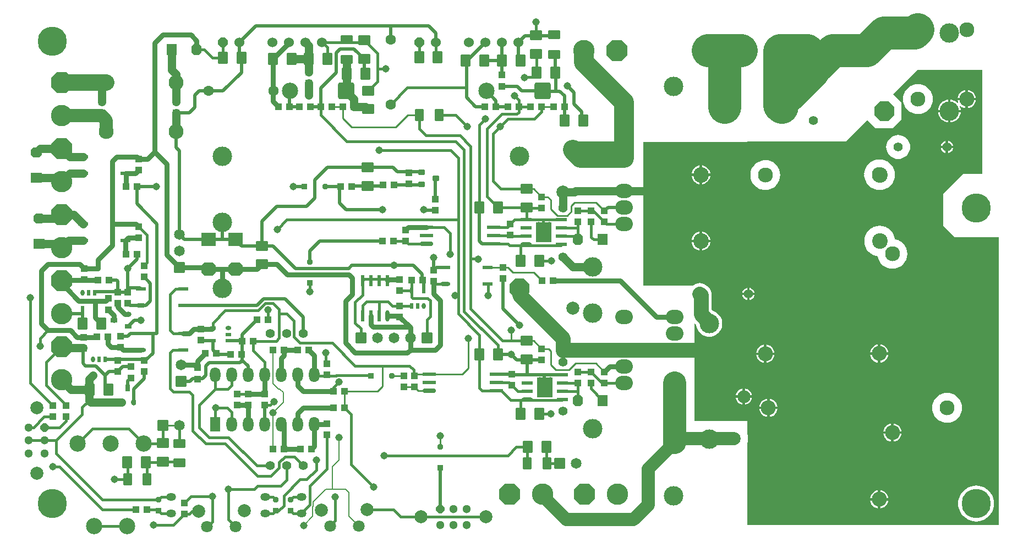
<source format=gbl>
G04*
G04 #@! TF.GenerationSoftware,Altium Limited,Altium Designer,21.3.2 (30)*
G04*
G04 Layer_Physical_Order=2*
G04 Layer_Color=16711680*
%FSLAX25Y25*%
%MOIN*%
G70*
G04*
G04 #@! TF.SameCoordinates,82E3065C-4493-458C-8774-CE3C9F48797D*
G04*
G04*
G04 #@! TF.FilePolarity,Positive*
G04*
G01*
G75*
%ADD10C,0.01000*%
%ADD14C,0.01500*%
%ADD15C,0.00800*%
%ADD18C,0.10000*%
%ADD47C,0.05000*%
%ADD48C,0.02000*%
%ADD49C,0.08000*%
%ADD50C,0.12000*%
%ADD52C,0.20000*%
%ADD53C,0.03000*%
%ADD55P,0.05540X8X22.5*%
%ADD56C,0.05118*%
%ADD57C,0.07874*%
%ADD58P,0.05540X8X292.5*%
%ADD59C,0.05512*%
%ADD60C,0.11811*%
%ADD61C,0.12992*%
%ADD62P,0.14063X8X22.5*%
%ADD63O,0.10630X0.08819*%
%ADD64C,0.09055*%
%ADD65C,0.07087*%
%ADD66C,0.06000*%
%ADD67P,0.06494X8X22.5*%
%ADD68C,0.06500*%
G04:AMPARAMS|DCode=69|XSize=65mil|YSize=65mil|CornerRadius=3.25mil|HoleSize=0mil|Usage=FLASHONLY|Rotation=180.000|XOffset=0mil|YOffset=0mil|HoleType=Round|Shape=RoundedRectangle|*
%AMROUNDEDRECTD69*
21,1,0.06500,0.05850,0,0,180.0*
21,1,0.05850,0.06500,0,0,180.0*
1,1,0.00650,-0.02925,0.02925*
1,1,0.00650,0.02925,0.02925*
1,1,0.00650,0.02925,-0.02925*
1,1,0.00650,-0.02925,-0.02925*
%
%ADD69ROUNDEDRECTD69*%
%ADD70P,0.12784X8X292.5*%
G04:AMPARAMS|DCode=71|XSize=65mil|YSize=65mil|CornerRadius=3.25mil|HoleSize=0mil|Usage=FLASHONLY|Rotation=90.000|XOffset=0mil|YOffset=0mil|HoleType=Round|Shape=RoundedRectangle|*
%AMROUNDEDRECTD71*
21,1,0.06500,0.05850,0,0,90.0*
21,1,0.05850,0.06500,0,0,90.0*
1,1,0.00650,0.02925,0.02925*
1,1,0.00650,0.02925,-0.02925*
1,1,0.00650,-0.02925,-0.02925*
1,1,0.00650,-0.02925,0.02925*
%
%ADD71ROUNDEDRECTD71*%
%ADD72C,0.09843*%
G04:AMPARAMS|DCode=73|XSize=98.43mil|YSize=98.43mil|CornerRadius=9.84mil|HoleSize=0mil|Usage=FLASHONLY|Rotation=0.000|XOffset=0mil|YOffset=0mil|HoleType=Round|Shape=RoundedRectangle|*
%AMROUNDEDRECTD73*
21,1,0.09843,0.07874,0,0,0.0*
21,1,0.07874,0.09843,0,0,0.0*
1,1,0.01968,0.03937,-0.03937*
1,1,0.01968,-0.03937,-0.03937*
1,1,0.01968,-0.03937,0.03937*
1,1,0.01968,0.03937,0.03937*
%
%ADD73ROUNDEDRECTD73*%
%ADD74C,0.06299*%
%ADD75P,0.12784X8X202.5*%
%ADD76P,0.14063X8X292.5*%
%ADD77C,0.09449*%
%ADD78O,0.05906X0.04724*%
%ADD79O,0.06400X0.09000*%
%ADD80R,0.06400X0.09000*%
%ADD81C,0.17717*%
%ADD82C,0.04500*%
%ADD83C,0.02598*%
G04:AMPARAMS|DCode=84|XSize=40mil|YSize=40mil|CornerRadius=3mil|HoleSize=0mil|Usage=FLASHONLY|Rotation=0.000|XOffset=0mil|YOffset=0mil|HoleType=Round|Shape=RoundedRectangle|*
%AMROUNDEDRECTD84*
21,1,0.04000,0.03400,0,0,0.0*
21,1,0.03400,0.04000,0,0,0.0*
1,1,0.00600,0.01700,-0.01700*
1,1,0.00600,-0.01700,-0.01700*
1,1,0.00600,-0.01700,0.01700*
1,1,0.00600,0.01700,0.01700*
%
%ADD84ROUNDEDRECTD84*%
%ADD85P,0.03835X8X22.5*%
%ADD86R,0.03543X0.03543*%
G04:AMPARAMS|DCode=87|XSize=31.5mil|YSize=39.37mil|CornerRadius=4.72mil|HoleSize=0mil|Usage=FLASHONLY|Rotation=270.000|XOffset=0mil|YOffset=0mil|HoleType=Round|Shape=RoundedRectangle|*
%AMROUNDEDRECTD87*
21,1,0.03150,0.02992,0,0,270.0*
21,1,0.02205,0.03937,0,0,270.0*
1,1,0.00945,-0.01496,-0.01102*
1,1,0.00945,-0.01496,0.01102*
1,1,0.00945,0.01496,0.01102*
1,1,0.00945,0.01496,-0.01102*
%
%ADD87ROUNDEDRECTD87*%
%ADD88O,0.06299X0.02362*%
%ADD89R,0.06299X0.02362*%
G04:AMPARAMS|DCode=90|XSize=40mil|YSize=40mil|CornerRadius=3mil|HoleSize=0mil|Usage=FLASHONLY|Rotation=270.000|XOffset=0mil|YOffset=0mil|HoleType=Round|Shape=RoundedRectangle|*
%AMROUNDEDRECTD90*
21,1,0.04000,0.03400,0,0,270.0*
21,1,0.03400,0.04000,0,0,270.0*
1,1,0.00600,-0.01700,-0.01700*
1,1,0.00600,-0.01700,0.01700*
1,1,0.00600,0.01700,0.01700*
1,1,0.00600,0.01700,-0.01700*
%
%ADD90ROUNDEDRECTD90*%
G04:AMPARAMS|DCode=91|XSize=63mil|YSize=71mil|CornerRadius=4.72mil|HoleSize=0mil|Usage=FLASHONLY|Rotation=90.000|XOffset=0mil|YOffset=0mil|HoleType=Round|Shape=RoundedRectangle|*
%AMROUNDEDRECTD91*
21,1,0.06300,0.06155,0,0,90.0*
21,1,0.05355,0.07100,0,0,90.0*
1,1,0.00945,0.03078,0.02678*
1,1,0.00945,0.03078,-0.02678*
1,1,0.00945,-0.03078,-0.02678*
1,1,0.00945,-0.03078,0.02678*
%
%ADD91ROUNDEDRECTD91*%
%ADD92R,0.03543X0.03543*%
%ADD93P,0.03835X8X292.5*%
%ADD94R,0.04000X0.03000*%
%ADD95O,0.04000X0.03000*%
%ADD96R,0.03000X0.04000*%
%ADD97O,0.03000X0.04000*%
%ADD98O,0.02362X0.03543*%
%ADD99R,0.02362X0.03543*%
%ADD100O,0.06890X0.02362*%
%ADD101R,0.06890X0.02362*%
%ADD102R,0.09449X0.12205*%
G04:AMPARAMS|DCode=103|XSize=23.62mil|YSize=80.71mil|CornerRadius=0mil|HoleSize=0mil|Usage=FLASHONLY|Rotation=270.000|XOffset=0mil|YOffset=0mil|HoleType=Round|Shape=Octagon|*
%AMOCTAGOND103*
4,1,8,0.04035,0.00591,0.04035,-0.00591,0.03445,-0.01181,-0.03445,-0.01181,-0.04035,-0.00591,-0.04035,0.00591,-0.03445,0.01181,0.03445,0.01181,0.04035,0.00591,0.0*
%
%ADD103OCTAGOND103*%

%ADD104R,0.08071X0.02362*%
%ADD105R,0.02362X0.06890*%
%ADD106O,0.02362X0.06890*%
G04:AMPARAMS|DCode=107|XSize=63mil|YSize=71mil|CornerRadius=4.72mil|HoleSize=0mil|Usage=FLASHONLY|Rotation=0.000|XOffset=0mil|YOffset=0mil|HoleType=Round|Shape=RoundedRectangle|*
%AMROUNDEDRECTD107*
21,1,0.06300,0.06155,0,0,0.0*
21,1,0.05355,0.07100,0,0,0.0*
1,1,0.00945,0.02678,-0.03078*
1,1,0.00945,-0.02678,-0.03078*
1,1,0.00945,-0.02678,0.03078*
1,1,0.00945,0.02678,0.03078*
%
%ADD107ROUNDEDRECTD107*%
%ADD108R,0.08661X0.08071*%
G04:AMPARAMS|DCode=109|XSize=86.61mil|YSize=80.71mil|CornerRadius=0mil|HoleSize=0mil|Usage=FLASHONLY|Rotation=0.000|XOffset=0mil|YOffset=0mil|HoleType=Round|Shape=Octagon|*
%AMOCTAGOND109*
4,1,8,0.04331,-0.02018,0.04331,0.02018,0.02313,0.04035,-0.02313,0.04035,-0.04331,0.02018,-0.04331,-0.02018,-0.02313,-0.04035,0.02313,-0.04035,0.04331,-0.02018,0.0*
%
%ADD109OCTAGOND109*%

%ADD110R,0.06693X0.06299*%
G04:AMPARAMS|DCode=111|XSize=66.93mil|YSize=62.99mil|CornerRadius=0mil|HoleSize=0mil|Usage=FLASHONLY|Rotation=0.000|XOffset=0mil|YOffset=0mil|HoleType=Round|Shape=Octagon|*
%AMOCTAGOND111*
4,1,8,0.03347,-0.01575,0.03347,0.01575,0.01772,0.03150,-0.01772,0.03150,-0.03347,0.01575,-0.03347,-0.01575,-0.01772,-0.03150,0.01772,-0.03150,0.03347,-0.01575,0.0*
%
%ADD111OCTAGOND111*%

G04:AMPARAMS|DCode=112|XSize=66.93mil|YSize=62.99mil|CornerRadius=0mil|HoleSize=0mil|Usage=FLASHONLY|Rotation=270.000|XOffset=0mil|YOffset=0mil|HoleType=Round|Shape=Octagon|*
%AMOCTAGOND112*
4,1,8,-0.01575,-0.03347,0.01575,-0.03347,0.03150,-0.01772,0.03150,0.01772,0.01575,0.03347,-0.01575,0.03347,-0.03150,0.01772,-0.03150,-0.01772,-0.01575,-0.03347,0.0*
%
%ADD112OCTAGOND112*%

%ADD113R,0.06299X0.06693*%
G04:AMPARAMS|DCode=114|XSize=35.43mil|YSize=33.47mil|CornerRadius=0mil|HoleSize=0mil|Usage=FLASHONLY|Rotation=0.000|XOffset=0mil|YOffset=0mil|HoleType=Round|Shape=Octagon|*
%AMOCTAGOND114*
4,1,8,0.01772,-0.00837,0.01772,0.00837,0.00935,0.01673,-0.00935,0.01673,-0.01772,0.00837,-0.01772,-0.00837,-0.00935,-0.01673,0.00935,-0.01673,0.01772,-0.00837,0.0*
%
%ADD114OCTAGOND114*%

%ADD115R,0.03543X0.03347*%
%ADD116R,0.03543X0.02362*%
%ADD117O,0.03543X0.02362*%
G04:AMPARAMS|DCode=118|XSize=55.12mil|YSize=70.87mil|CornerRadius=4.13mil|HoleSize=0mil|Usage=FLASHONLY|Rotation=90.000|XOffset=0mil|YOffset=0mil|HoleType=Round|Shape=RoundedRectangle|*
%AMROUNDEDRECTD118*
21,1,0.05512,0.06260,0,0,90.0*
21,1,0.04685,0.07087,0,0,90.0*
1,1,0.00827,0.03130,0.02343*
1,1,0.00827,0.03130,-0.02343*
1,1,0.00827,-0.03130,-0.02343*
1,1,0.00827,-0.03130,0.02343*
%
%ADD118ROUNDEDRECTD118*%
G04:AMPARAMS|DCode=119|XSize=55.12mil|YSize=70.87mil|CornerRadius=4.13mil|HoleSize=0mil|Usage=FLASHONLY|Rotation=0.000|XOffset=0mil|YOffset=0mil|HoleType=Round|Shape=RoundedRectangle|*
%AMROUNDEDRECTD119*
21,1,0.05512,0.06260,0,0,0.0*
21,1,0.04685,0.07087,0,0,0.0*
1,1,0.00827,0.02343,-0.03130*
1,1,0.00827,-0.02343,-0.03130*
1,1,0.00827,-0.02343,0.03130*
1,1,0.00827,0.02343,0.03130*
%
%ADD119ROUNDEDRECTD119*%
%ADD120C,0.09000*%
%ADD121C,0.14000*%
G36*
X718504Y399606D02*
X706693Y399606D01*
X694882Y387795D01*
X694882Y368110D01*
X701772Y361221D01*
X728346Y361221D01*
X728346Y187000D01*
X576000D01*
Y236140D01*
X576424Y237538D01*
X576588Y239205D01*
X576424Y240871D01*
X576000Y242270D01*
X576000Y250000D01*
X544000D01*
Y308871D01*
X544462Y309062D01*
X545094Y308429D01*
Y308221D01*
X545398Y306694D01*
X545994Y305255D01*
X546859Y303960D01*
X547961Y302859D01*
X549255Y301994D01*
X550694Y301398D01*
X552221Y301095D01*
X553779D01*
X555306Y301398D01*
X556745Y301994D01*
X558040Y302859D01*
X559141Y303960D01*
X560006Y305255D01*
X560602Y306694D01*
X560906Y308221D01*
Y309779D01*
X560602Y311306D01*
X560006Y312745D01*
X559141Y314039D01*
X558040Y315141D01*
X556745Y316006D01*
X555459Y316538D01*
X554531Y317466D01*
Y326236D01*
X554406Y327510D01*
X554034Y328736D01*
X553431Y329865D01*
X552618Y330855D01*
X551855Y331618D01*
X551390Y332000D01*
X550865Y332431D01*
X549736Y333034D01*
X548510Y333406D01*
X547236Y333531D01*
X545962Y333406D01*
X544737Y333034D01*
X543608Y332431D01*
X543083Y332000D01*
X513000D01*
Y419000D01*
X576000D01*
Y419291D01*
X635827D01*
X648907Y432371D01*
X653927Y427350D01*
X664333D01*
X669535Y432553D01*
Y442959D01*
X664515Y447979D01*
X669291Y452756D01*
X679134Y462598D01*
X718504D01*
X718504Y399606D01*
D02*
G37*
%LPC*%
G36*
X709750Y450477D02*
Y445750D01*
X714476D01*
X714385Y446443D01*
X713828Y447788D01*
X712942Y448942D01*
X711788Y449828D01*
X710443Y450385D01*
X709750Y450477D01*
D02*
G37*
G36*
X708250D02*
X707557Y450385D01*
X706212Y449828D01*
X705058Y448942D01*
X704172Y447788D01*
X703615Y446443D01*
X703523Y445750D01*
X708250D01*
Y450477D01*
D02*
G37*
G36*
X714476Y444250D02*
X709750D01*
Y439524D01*
X710443Y439615D01*
X711788Y440172D01*
X712942Y441058D01*
X713828Y442212D01*
X714385Y443557D01*
X714476Y444250D01*
D02*
G37*
G36*
X699250Y444621D02*
Y438506D01*
X705365D01*
X705306Y439110D01*
X704911Y440411D01*
X704794Y440630D01*
X705184Y440961D01*
X706212Y440172D01*
X707557Y439615D01*
X708250Y439524D01*
Y444250D01*
X703523D01*
X703615Y443557D01*
X703916Y442830D01*
X703482Y442570D01*
X703407Y442662D01*
X702355Y443525D01*
X701155Y444167D01*
X699854Y444561D01*
X699250Y444621D01*
D02*
G37*
G36*
X697750D02*
X697146Y444561D01*
X695845Y444167D01*
X694645Y443525D01*
X693593Y442662D01*
X692731Y441611D01*
X692089Y440411D01*
X691694Y439110D01*
X691635Y438506D01*
X697750D01*
Y444621D01*
D02*
G37*
G36*
X679472Y454071D02*
X677703Y453897D01*
X676001Y453381D01*
X674433Y452542D01*
X673058Y451414D01*
X671930Y450040D01*
X671092Y448471D01*
X670576Y446770D01*
X670401Y445000D01*
X670576Y443230D01*
X671092Y441529D01*
X671930Y439960D01*
X673058Y438586D01*
X674433Y437458D01*
X676001Y436619D01*
X677703Y436103D01*
X679472Y435929D01*
X681242Y436103D01*
X682944Y436619D01*
X684512Y437458D01*
X685887Y438586D01*
X687015Y439960D01*
X687853Y441529D01*
X688369Y443230D01*
X688544Y445000D01*
X688369Y446770D01*
X687853Y448471D01*
X687015Y450040D01*
X685887Y451414D01*
X684512Y452542D01*
X682944Y453381D01*
X681242Y453897D01*
X679472Y454071D01*
D02*
G37*
G36*
X697750Y437006D02*
X691635D01*
X691694Y436402D01*
X692089Y435101D01*
X692731Y433901D01*
X693593Y432849D01*
X694645Y431986D01*
X695845Y431345D01*
X697146Y430950D01*
X697750Y430891D01*
Y437006D01*
D02*
G37*
G36*
X705365D02*
X699250D01*
Y430891D01*
X699854Y430950D01*
X701155Y431345D01*
X702355Y431986D01*
X703407Y432849D01*
X704270Y433901D01*
X704911Y435101D01*
X705306Y436402D01*
X705365Y437006D01*
D02*
G37*
G36*
X697750Y419690D02*
Y416750D01*
X700690D01*
X700659Y416981D01*
X700281Y417894D01*
X699679Y418679D01*
X698894Y419281D01*
X697980Y419659D01*
X697750Y419690D01*
D02*
G37*
G36*
X696250D02*
X696020Y419659D01*
X695106Y419281D01*
X694321Y418679D01*
X693719Y417894D01*
X693341Y416981D01*
X693310Y416750D01*
X696250D01*
Y419690D01*
D02*
G37*
G36*
X700690Y415250D02*
X697750D01*
Y412310D01*
X697980Y412341D01*
X698894Y412719D01*
X699679Y413321D01*
X700281Y414106D01*
X700659Y415020D01*
X700690Y415250D01*
D02*
G37*
G36*
X696250D02*
X693310D01*
X693341Y415020D01*
X693719Y414106D01*
X694321Y413321D01*
X695106Y412719D01*
X696020Y412341D01*
X696250Y412310D01*
Y415250D01*
D02*
G37*
G36*
X667472Y423291D02*
X666050Y423151D01*
X664682Y422736D01*
X663422Y422062D01*
X662317Y421156D01*
X661410Y420051D01*
X660736Y418790D01*
X660322Y417422D01*
X660181Y416000D01*
X660322Y414578D01*
X660736Y413210D01*
X661410Y411949D01*
X662317Y410845D01*
X663422Y409938D01*
X664682Y409264D01*
X666050Y408849D01*
X667472Y408709D01*
X668895Y408849D01*
X670263Y409264D01*
X671523Y409938D01*
X672628Y410845D01*
X673535Y411949D01*
X674208Y413210D01*
X674623Y414578D01*
X674763Y416000D01*
X674623Y417422D01*
X674208Y418790D01*
X673535Y420051D01*
X672628Y421156D01*
X671523Y422062D01*
X670263Y422736D01*
X668895Y423151D01*
X667472Y423291D01*
D02*
G37*
G36*
X548754Y404882D02*
X548750D01*
Y399907D01*
X553724D01*
Y399911D01*
X553334Y401367D01*
X552581Y402672D01*
X551515Y403738D01*
X550210Y404492D01*
X548754Y404882D01*
D02*
G37*
G36*
X547250D02*
X547246D01*
X545790Y404492D01*
X544485Y403738D01*
X543419Y402672D01*
X542666Y401367D01*
X542276Y399911D01*
Y399907D01*
X547250D01*
Y404882D01*
D02*
G37*
G36*
X553724Y398408D02*
X548750D01*
Y393433D01*
X548754D01*
X550210Y393823D01*
X551515Y394577D01*
X552581Y395643D01*
X553334Y396948D01*
X553724Y398404D01*
Y398408D01*
D02*
G37*
G36*
X547250D02*
X542276D01*
Y398404D01*
X542666Y396948D01*
X543419Y395643D01*
X544485Y394577D01*
X545790Y393823D01*
X547246Y393433D01*
X547250D01*
Y398408D01*
D02*
G37*
G36*
X587443Y408028D02*
X586556D01*
X585674Y407941D01*
X584804Y407768D01*
X583955Y407510D01*
X583136Y407171D01*
X582353Y406752D01*
X581616Y406260D01*
X580930Y405697D01*
X580303Y405070D01*
X579740Y404384D01*
X579248Y403647D01*
X578829Y402864D01*
X578490Y402045D01*
X578232Y401196D01*
X578059Y400326D01*
X577972Y399444D01*
Y398556D01*
X578059Y397674D01*
X578232Y396804D01*
X578490Y395955D01*
X578829Y395136D01*
X579248Y394353D01*
X579740Y393616D01*
X580303Y392930D01*
X580930Y392303D01*
X581616Y391740D01*
X582353Y391248D01*
X583136Y390829D01*
X583955Y390490D01*
X584804Y390232D01*
X585674Y390059D01*
X586556Y389972D01*
X587443D01*
X588326Y390059D01*
X588614Y390117D01*
X588645Y390091D01*
X588770Y390103D01*
X590471Y390619D01*
X592040Y391458D01*
X593414Y392586D01*
X594543Y393960D01*
X595381Y395529D01*
X595897Y397230D01*
X596071Y399000D01*
X595897Y400770D01*
X595381Y402471D01*
X594543Y404040D01*
X593414Y405414D01*
X592040Y406542D01*
X590471Y407381D01*
X588770Y407897D01*
X588645Y407909D01*
X588614Y407884D01*
X588326Y407941D01*
X587443Y408028D01*
D02*
G37*
G36*
X656000Y408496D02*
X654230Y408322D01*
X652529Y407806D01*
X650960Y406968D01*
X649586Y405839D01*
X648457Y404465D01*
X647619Y402897D01*
X647103Y401195D01*
X646929Y399425D01*
X646943Y399279D01*
X646929Y399134D01*
X647103Y397364D01*
X647619Y395662D01*
X648457Y394094D01*
X649586Y392720D01*
X649685Y392638D01*
X649714Y392603D01*
X651118Y391451D01*
X652721Y390594D01*
X654459Y390067D01*
X656268Y389888D01*
X658076Y390067D01*
X659815Y390594D01*
X661417Y391451D01*
X662822Y392603D01*
X663975Y394008D01*
X664831Y395610D01*
X665359Y397349D01*
X665537Y399158D01*
X665359Y400966D01*
X664831Y402705D01*
X663975Y404307D01*
X662822Y405712D01*
X661417Y406864D01*
X659815Y407721D01*
X658076Y408248D01*
X657982Y408258D01*
X657770Y408322D01*
X656000Y408496D01*
D02*
G37*
G36*
X548754Y364724D02*
X548750D01*
Y359750D01*
X553724D01*
Y359754D01*
X553334Y361210D01*
X552581Y362515D01*
X551515Y363581D01*
X550210Y364334D01*
X548754Y364724D01*
D02*
G37*
G36*
X547250D02*
X547246D01*
X545790Y364334D01*
X544485Y363581D01*
X543419Y362515D01*
X542666Y361210D01*
X542276Y359754D01*
Y359750D01*
X547250D01*
Y364724D01*
D02*
G37*
G36*
X553724Y358250D02*
X548750D01*
Y353276D01*
X548754D01*
X550210Y353666D01*
X551515Y354419D01*
X552581Y355485D01*
X553334Y356790D01*
X553724Y358246D01*
Y358250D01*
D02*
G37*
G36*
X547250D02*
X542276D01*
Y358246D01*
X542666Y356790D01*
X543419Y355485D01*
X544485Y354419D01*
X545790Y353666D01*
X547246Y353276D01*
X547250D01*
Y358250D01*
D02*
G37*
G36*
X656268Y368269D02*
X654459Y368091D01*
X652721Y367564D01*
X651118Y366707D01*
X649714Y365554D01*
X648561Y364150D01*
X647704Y362547D01*
X647177Y360808D01*
X646999Y359000D01*
X647177Y357192D01*
X647704Y355453D01*
X648561Y353850D01*
X649714Y352446D01*
X651118Y351293D01*
X652721Y350436D01*
X654459Y349909D01*
X655068Y349849D01*
X655103Y349498D01*
X655619Y347796D01*
X656458Y346228D01*
X657586Y344853D01*
X658960Y343725D01*
X660529Y342887D01*
X662230Y342371D01*
X664000Y342196D01*
X665770Y342371D01*
X667471Y342887D01*
X669040Y343725D01*
X670414Y344853D01*
X671543Y346228D01*
X672381Y347796D01*
X672897Y349498D01*
X673071Y351268D01*
X672897Y353037D01*
X672381Y354739D01*
X671543Y356307D01*
X670414Y357682D01*
X669040Y358810D01*
X667471Y359648D01*
X665770Y360165D01*
X665419Y360199D01*
X665359Y360808D01*
X664831Y362547D01*
X663975Y364150D01*
X662822Y365554D01*
X661417Y366707D01*
X659815Y367564D01*
X658076Y368091D01*
X656268Y368269D01*
D02*
G37*
G36*
X577514Y330687D02*
Y327750D01*
X580453D01*
X580423Y327980D01*
X580045Y328894D01*
X579517Y329582D01*
X579500Y329575D01*
X579246Y329830D01*
X578855Y330130D01*
X578429Y330376D01*
X577974Y330564D01*
X577514Y330687D01*
D02*
G37*
G36*
X576014D02*
X575314Y330500D01*
X574458Y330006D01*
X573758Y329306D01*
X573264Y328450D01*
X573076Y327750D01*
X576014D01*
Y330687D01*
D02*
G37*
G36*
X580453Y326250D02*
X577514D01*
Y323313D01*
X577974Y323436D01*
X578429Y323624D01*
X578855Y323870D01*
X579246Y324170D01*
X579500Y324425D01*
X579517Y324418D01*
X580045Y325106D01*
X580423Y326020D01*
X580453Y326250D01*
D02*
G37*
G36*
X576014D02*
X573076D01*
X573264Y325550D01*
X573758Y324694D01*
X574458Y323994D01*
X575314Y323500D01*
X576014Y323313D01*
Y326250D01*
D02*
G37*
G36*
X656750Y296343D02*
Y291616D01*
X661477D01*
X661385Y292309D01*
X660828Y293654D01*
X659942Y294808D01*
X658788Y295694D01*
X657443Y296251D01*
X656750Y296343D01*
D02*
G37*
G36*
X655250D02*
X654557Y296251D01*
X653212Y295694D01*
X652058Y294808D01*
X651172Y293654D01*
X650615Y292309D01*
X650524Y291616D01*
X655250D01*
Y296343D01*
D02*
G37*
G36*
X587750Y296209D02*
Y291482D01*
X592477D01*
X592385Y292175D01*
X591828Y293520D01*
X590942Y294675D01*
X589788Y295561D01*
X588443Y296118D01*
X587750Y296209D01*
D02*
G37*
G36*
X586250D02*
X585557Y296118D01*
X584212Y295561D01*
X583058Y294675D01*
X582172Y293520D01*
X581615Y292175D01*
X581524Y291482D01*
X586250D01*
Y296209D01*
D02*
G37*
G36*
X661477Y290116D02*
X656750D01*
Y285390D01*
X657443Y285481D01*
X658788Y286038D01*
X659942Y286924D01*
X660828Y288078D01*
X661385Y289423D01*
X661477Y290116D01*
D02*
G37*
G36*
X655250D02*
X650524D01*
X650615Y289423D01*
X651172Y288078D01*
X652058Y286924D01*
X653212Y286038D01*
X654557Y285481D01*
X655250Y285390D01*
Y290116D01*
D02*
G37*
G36*
X592477Y289982D02*
X587750D01*
Y285256D01*
X588443Y285347D01*
X589788Y285904D01*
X590942Y286790D01*
X591828Y287945D01*
X592385Y289289D01*
X592477Y289982D01*
D02*
G37*
G36*
X586250D02*
X581524D01*
X581615Y289289D01*
X582172Y287945D01*
X583058Y286790D01*
X584212Y285904D01*
X585557Y285347D01*
X586250Y285256D01*
Y289982D01*
D02*
G37*
G36*
X574703Y269706D02*
Y265545D01*
X578834D01*
X578805Y265760D01*
X578638Y266386D01*
X578390Y266984D01*
X578066Y267544D01*
X577673Y268057D01*
X577215Y268515D01*
X576701Y268909D01*
X576141Y269233D01*
X576000Y269291D01*
Y269314D01*
X575858Y269396D01*
X574703Y269706D01*
D02*
G37*
G36*
X573203D02*
X572047Y269396D01*
X570921Y268746D01*
X570002Y267827D01*
X569352Y266701D01*
X569043Y265545D01*
X573203D01*
Y269706D01*
D02*
G37*
G36*
X578834Y264045D02*
X574703D01*
Y259885D01*
X575858Y260195D01*
X576000Y260277D01*
Y260299D01*
X576141Y260358D01*
X576701Y260682D01*
X577215Y261075D01*
X577673Y261533D01*
X578066Y262047D01*
X578390Y262607D01*
X578638Y263205D01*
X578805Y263830D01*
X578834Y264045D01*
D02*
G37*
G36*
X573203D02*
X569043D01*
X569352Y262890D01*
X570002Y261764D01*
X570921Y260845D01*
X572047Y260195D01*
X573203Y259885D01*
Y264045D01*
D02*
G37*
G36*
X589616Y263476D02*
Y258750D01*
X594343D01*
X594251Y259443D01*
X593694Y260788D01*
X592808Y261942D01*
X591654Y262828D01*
X590309Y263385D01*
X589616Y263476D01*
D02*
G37*
G36*
X588116Y263476D02*
X587423Y263385D01*
X586079Y262828D01*
X584924Y261942D01*
X584038Y260788D01*
X583481Y259443D01*
X583390Y258750D01*
X588116D01*
Y263476D01*
D02*
G37*
G36*
X594343Y257250D02*
X589616D01*
Y252523D01*
X590309Y252615D01*
X591654Y253172D01*
X592808Y254058D01*
X593694Y255212D01*
X594251Y256557D01*
X594343Y257250D01*
D02*
G37*
G36*
X588116D02*
X583390D01*
X583481Y256557D01*
X584038Y255212D01*
X584924Y254058D01*
X586079Y253172D01*
X587423Y252615D01*
X588116Y252523D01*
Y257250D01*
D02*
G37*
G36*
X697134Y267071D02*
X695364Y266897D01*
X693662Y266381D01*
X692094Y265543D01*
X690720Y264414D01*
X689591Y263040D01*
X688753Y261471D01*
X688237Y259770D01*
X688063Y258000D01*
X688237Y256230D01*
X688753Y254529D01*
X689591Y252960D01*
X690720Y251586D01*
X692094Y250458D01*
X693662Y249619D01*
X695364Y249103D01*
X697134Y248929D01*
X698904Y249103D01*
X700605Y249619D01*
X702174Y250458D01*
X703548Y251586D01*
X704676Y252960D01*
X705515Y254529D01*
X706031Y256230D01*
X706205Y258000D01*
X706031Y259770D01*
X705515Y261471D01*
X704676Y263040D01*
X703548Y264414D01*
X702174Y265543D01*
X700605Y266381D01*
X698904Y266897D01*
X697134Y267071D01*
D02*
G37*
G36*
X664750Y248477D02*
Y243750D01*
X669477D01*
X669385Y244443D01*
X668828Y245788D01*
X667942Y246942D01*
X666788Y247828D01*
X665443Y248385D01*
X664750Y248477D01*
D02*
G37*
G36*
X663250D02*
X662557Y248385D01*
X661212Y247828D01*
X660058Y246942D01*
X659172Y245788D01*
X658615Y244443D01*
X658524Y243750D01*
X663250D01*
Y248477D01*
D02*
G37*
G36*
X669477Y242250D02*
X664750D01*
Y237524D01*
X665443Y237615D01*
X666788Y238172D01*
X667942Y239058D01*
X668828Y240212D01*
X669385Y241557D01*
X669477Y242250D01*
D02*
G37*
G36*
X663250D02*
X658524D01*
X658615Y241557D01*
X659172Y240212D01*
X660058Y239058D01*
X661212Y238172D01*
X662557Y237615D01*
X663250Y237524D01*
Y242250D01*
D02*
G37*
G36*
X656750Y208051D02*
Y203325D01*
X661477D01*
X661385Y204018D01*
X660828Y205362D01*
X659942Y206517D01*
X658788Y207403D01*
X657443Y207960D01*
X656750Y208051D01*
D02*
G37*
G36*
X655250D02*
X654557Y207960D01*
X653212Y207403D01*
X652058Y206517D01*
X651172Y205362D01*
X650615Y204018D01*
X650524Y203325D01*
X655250D01*
Y208051D01*
D02*
G37*
G36*
X661477Y201825D02*
X656750D01*
Y197098D01*
X657443Y197189D01*
X658788Y197747D01*
X659942Y198633D01*
X660828Y199787D01*
X661385Y201132D01*
X661477Y201825D01*
D02*
G37*
G36*
X655250D02*
X650524D01*
X650615Y201132D01*
X651172Y199787D01*
X652058Y198633D01*
X653212Y197747D01*
X654557Y197189D01*
X655250Y197098D01*
Y201825D01*
D02*
G37*
G36*
X714685Y210892D02*
X712981Y210758D01*
X711319Y210359D01*
X709740Y209705D01*
X708283Y208812D01*
X706983Y207702D01*
X705873Y206402D01*
X704980Y204945D01*
X704326Y203366D01*
X703927Y201704D01*
X703793Y200000D01*
X703927Y198296D01*
X704326Y196634D01*
X704980Y195055D01*
X705873Y193598D01*
X706983Y192298D01*
X708283Y191188D01*
X709740Y190295D01*
X711319Y189641D01*
X712981Y189242D01*
X714685Y189108D01*
X716389Y189242D01*
X718051Y189641D01*
X719630Y190295D01*
X721087Y191188D01*
X722387Y192298D01*
X723497Y193598D01*
X724390Y195055D01*
X725044Y196634D01*
X725443Y198296D01*
X725577Y200000D01*
X725443Y201704D01*
X725044Y203366D01*
X724390Y204945D01*
X723497Y206402D01*
X722387Y207702D01*
X721087Y208812D01*
X719630Y209705D01*
X718051Y210359D01*
X716389Y210758D01*
X714685Y210892D01*
D02*
G37*
%LPD*%
G54D10*
X222000Y247500D02*
X232000D01*
X332000Y258000D02*
Y268000D01*
X352000D01*
X355000Y271000D01*
Y283405D01*
X355059Y283465D01*
X360898Y277500D02*
X367846D01*
X368000Y277346D01*
Y270654D02*
X374500D01*
X376654Y268500D01*
X383449D01*
Y278500D02*
X395156D01*
X395242Y278414D01*
X403414D01*
X407000Y282000D01*
Y300000D01*
X433071Y298600D02*
Y305118D01*
X442500Y298600D02*
X446746D01*
X451500Y293847D01*
X455653D01*
X457000Y292500D01*
Y284000D01*
X460000Y281000D01*
X468000D01*
X472000Y285000D01*
X484346D01*
X489500Y279847D01*
X451653Y335000D02*
X446654Y340000D01*
X434000D01*
X431000Y343000D01*
X428000D01*
X418795D01*
X457000Y378500D02*
Y384000D01*
X455154Y385846D01*
X451500D01*
X446746Y390600D01*
X442500D01*
X457000Y378500D02*
X461000Y374500D01*
X467000D01*
X469500Y377000D01*
Y380500D01*
X471500Y382500D01*
X484363D01*
X489517Y377346D01*
X458653Y440500D02*
X451448D01*
X377594Y435500D02*
X370500D01*
X363000Y428000D01*
X336500D01*
X331153Y433347D01*
Y440500D01*
X324346D01*
X374500Y277346D02*
X375654Y278500D01*
X383449D01*
X390000Y241000D02*
Y234398D01*
G54D14*
X180500Y186500D02*
X200500D01*
X216535Y187008D02*
X228354D01*
X235000Y193654D01*
X238154D01*
X239874Y195374D01*
X243721D01*
X239154Y204500D02*
X252000D01*
Y189087D01*
X248839Y185925D01*
X261811Y190276D02*
Y208661D01*
X277559D01*
X279528Y210630D01*
X293307D01*
X297000Y214323D01*
Y223000D01*
X295974Y228346D02*
X301654D01*
X307000Y223000D01*
X295974Y228346D02*
X292494Y224866D01*
Y221628D01*
X287402Y216535D01*
X279528D01*
X259842Y236221D01*
X248031D01*
X240158Y244094D01*
Y265748D01*
X238189Y267717D01*
X228346D01*
X226378Y269685D01*
Y291339D01*
X228039Y293000D01*
X234295D01*
Y303000D02*
X228496D01*
X226378Y305118D01*
Y326772D01*
X229606Y330000D01*
X234295D01*
X212598Y345866D02*
Y362748D01*
X207500Y367846D01*
X210630Y343898D02*
X212598Y345866D01*
X252276Y309362D02*
X259842Y316929D01*
X279776D01*
X284190Y321342D01*
X288894D01*
X292494Y317742D01*
Y314961D01*
X297244D01*
X301506Y310699D01*
Y300856D01*
X305118Y297244D01*
X324803D01*
X338583Y283465D01*
X355059D01*
X371535D01*
X374000Y281000D01*
Y277847D01*
X374500Y277346D01*
X382000Y300374D02*
Y311374D01*
X384000Y313374D01*
Y322874D01*
X382500Y324374D01*
X373500D01*
X372689Y325185D01*
Y329028D01*
X372760Y329098D01*
Y335268D01*
X372654Y335374D01*
X372689Y329028D02*
X365500D01*
X358000Y335874D02*
X353000D01*
X343870D01*
X343000Y335004D01*
Y326374D01*
X338500Y321874D01*
Y309374D01*
X342000Y305874D01*
Y300374D01*
X361154Y319721D02*
X365500D01*
X365571Y319650D01*
X372760D01*
X386000Y334653D02*
X387653Y333000D01*
X393205D01*
X401000Y315000D02*
Y326000D01*
Y372047D01*
Y409500D01*
X396500Y414000D01*
X353000D01*
X360000Y441815D02*
X370185Y452000D01*
X406000D01*
X399500Y435500D02*
X406500Y428500D01*
X399500Y435500D02*
X389405D01*
X402000Y423000D02*
X408500Y416500D01*
Y348425D01*
X412575D01*
X413000Y348000D01*
X408500Y348425D02*
Y318000D01*
X427900Y298600D01*
X433071D01*
X442500D01*
X425100Y295900D02*
X404500Y316500D01*
Y414500D01*
X399500Y419500D01*
X333500D01*
X317653Y435347D01*
Y440500D01*
X346500Y450100D02*
X352000Y455600D01*
Y463500D01*
X357000D01*
X377300Y470500D02*
X377500Y470700D01*
Y479500D01*
X387500Y471500D02*
X388500Y470500D01*
X387500Y471500D02*
Y479500D01*
X377594Y435500D02*
Y426905D01*
X381500Y423000D01*
X402000D01*
X418500Y427000D02*
X427500Y436000D01*
X436500D01*
X437647Y437148D01*
Y440500D01*
X444756D01*
X451448D02*
Y437449D01*
X447000Y433000D01*
X431000D01*
X426500Y428500D01*
X422000Y424000D01*
Y395500D01*
X426900Y390600D01*
X442500D01*
X442400Y379500D02*
X442500Y379400D01*
X442746Y379153D01*
X451500D01*
X452500Y372000D02*
X463480D01*
Y367000D02*
X473517D01*
Y370654D01*
Y377346D02*
X481517D01*
X482824D01*
X489517Y370654D01*
X490670Y369500D01*
X501500D01*
X488595Y360000D02*
X483000D01*
X481517Y361483D01*
Y370654D01*
X473517Y367000D02*
Y360079D01*
X473438Y360000D01*
X471438Y362000D01*
X463480D01*
Y357000D02*
X462980Y356500D01*
X438500D01*
X438900Y356100D01*
Y347000D01*
X450100D02*
X457500D01*
X452850Y367256D02*
X452500Y367606D01*
Y372000D01*
X442220D01*
X442500Y372280D01*
Y379400D01*
X442400Y379500D02*
X425100D01*
X418500Y386100D01*
Y427000D01*
X437647Y440500D02*
Y444352D01*
X435000Y447000D01*
X446000Y458336D02*
X448400Y460736D01*
Y461000D01*
X448301Y461099D01*
Y471701D01*
X446000Y458336D02*
X441336D01*
X441000Y458000D01*
X448000Y483600D02*
Y491801D01*
X417500Y433000D02*
X413900Y429400D01*
Y379500D01*
X422292Y367500D02*
X430670D01*
X432517Y369346D01*
X435170Y372000D01*
X442220D01*
Y362000D02*
X433170D01*
X432517Y362653D01*
X432363Y362500D01*
X422292D01*
Y357500D02*
X431000D01*
X432000Y356500D01*
X438500D01*
X418795Y333000D02*
X419000Y332795D01*
Y326000D01*
X401000D02*
X399000D01*
X401000Y315000D02*
X413900Y302100D01*
Y290500D01*
Y270100D01*
X415500Y268500D01*
X424000D01*
X427000D01*
X432774Y262726D01*
X439000D01*
X463856D01*
X464130Y263000D01*
X473421Y262500D02*
Y268000D01*
Y273075D01*
X473500Y273153D01*
X473421Y273075D02*
X473347Y273000D01*
X464130D01*
Y268000D02*
X473421D01*
X481500Y269579D02*
X488579Y262500D01*
X488193Y273153D02*
X489500D01*
X501346D01*
X501500Y273000D01*
X488193Y273153D02*
X481500Y279847D01*
X473500D01*
X481500Y273153D02*
Y269579D01*
X442870Y268000D02*
X437153D01*
X433500Y271654D01*
X431653Y273500D01*
X424000D01*
X438900Y262626D02*
X439000Y262726D01*
X438900Y262626D02*
Y254500D01*
X450100D02*
X457000D01*
X436252Y234252D02*
X443219D01*
X442913Y233946D01*
Y224410D01*
X454419Y224715D02*
Y234252D01*
Y224715D02*
X454724Y224410D01*
X462598D01*
X431000Y229000D02*
X436252Y234252D01*
X431000Y229000D02*
X356000D01*
X349716Y209953D02*
X336000Y223669D01*
Y254000D01*
X332000Y258000D01*
X347980Y277622D02*
X348102Y277500D01*
X347980Y277622D02*
X327083D01*
X326961Y277500D01*
X314154D01*
X313653Y278000D01*
X325307Y270189D02*
X328740Y273622D01*
X325307Y270189D02*
Y268000D01*
X321500Y284846D02*
X320866Y285480D01*
Y291339D01*
X343000Y313744D02*
Y319874D01*
X345500Y322374D01*
X353000D01*
X358500D01*
X361154Y319721D01*
X353000Y322374D02*
Y313744D01*
X311000Y328189D02*
Y333602D01*
X291339Y366142D02*
X297244Y372047D01*
X401000D01*
X392342Y367500D02*
X396000Y363843D01*
Y351000D01*
X392342Y367500D02*
X381741D01*
Y357500D02*
X370670D01*
X369017Y359154D01*
X362000D01*
X361846Y359000D01*
X378472Y400543D02*
X378669Y400740D01*
X352000Y463500D02*
Y472600D01*
X344000Y480600D01*
X342900Y479500D01*
X318500D01*
X321600Y476400D01*
Y469500D01*
X258500Y479500D02*
Y470100D01*
X258400Y470000D01*
X252000D01*
X247000Y475000D01*
X242579D01*
X141732Y324803D02*
Y273031D01*
X155512Y259252D01*
Y252559D02*
X150197D01*
X143701Y246063D01*
X140748D01*
Y238189D02*
X150591D01*
X157480D01*
X173228Y253937D01*
Y258328D01*
X177400Y262500D01*
X179500Y245500D02*
X201500D01*
X210500Y236500D01*
X221900D01*
X222000Y236600D01*
Y247500D01*
X232000D02*
Y236405D01*
X231194Y225400D02*
X232000Y224594D01*
X231194Y225400D02*
X222000D01*
X221600Y225000D01*
X211600D01*
X212598Y224002D01*
Y214567D01*
X212347Y196500D02*
X218752D01*
X219500Y195752D01*
X221252Y194000D01*
X227000D01*
Y204000D02*
X221252D01*
X219500Y202248D01*
X185547D01*
X157480Y230315D01*
Y238189D01*
X159449Y246063D02*
X163386Y250000D01*
Y252559D01*
Y259252D02*
Y259842D01*
X151575Y271654D01*
Y285827D01*
X160748Y295000D01*
X147638Y295276D02*
Y300138D01*
X152500Y305000D01*
X150591Y246063D02*
X159449D01*
X159449Y222441D02*
X185390Y196500D01*
X205654D01*
X200787Y214567D02*
Y224613D01*
X200400Y225000D01*
X200787Y214567D02*
X192913D01*
X235000Y200346D02*
X239154Y204500D01*
X261811Y190276D02*
X266161Y185925D01*
X284000Y194000D02*
X288748D01*
X290500Y195752D01*
X292209D01*
X295276Y198819D01*
Y204724D01*
X305118Y214567D01*
X309055D01*
X314961Y220472D01*
Y226378D01*
X321500Y221106D02*
Y241653D01*
Y221106D02*
X311024Y210630D01*
Y199265D01*
X306000Y194242D01*
Y194000D01*
X301252D01*
X299500Y195752D01*
Y202248D02*
X301252Y204000D01*
X306000D01*
X323339Y186425D02*
X326500Y189587D01*
Y204000D01*
X345779Y196268D02*
X361732D01*
X366079Y191921D01*
X378441D01*
X417811D01*
X425100Y290500D02*
Y295900D01*
X292494Y314961D02*
Y300368D01*
X290620Y298494D01*
X276847D01*
Y298500D01*
Y298494D02*
Y292653D01*
X283653Y285846D01*
Y278000D01*
Y259653D02*
X287154D01*
X289370Y261870D01*
Y261811D01*
X273654Y266347D02*
X267000D01*
X263653Y271528D02*
Y278000D01*
Y271528D02*
X261528Y269402D01*
X253654D01*
Y278000D01*
Y269402D02*
X244094Y259842D01*
Y246063D01*
X250000Y240158D01*
X261811D01*
X278969Y223000D01*
X287000D01*
X288748Y204000D02*
X290500Y202248D01*
X288748Y204000D02*
X284000D01*
X263653Y248000D02*
Y255346D01*
X261000Y258000D01*
X254000D01*
X253654Y257653D01*
Y248000D01*
X252276Y306240D02*
Y309362D01*
X285846Y311500D02*
Y317342D01*
X179500Y245500D02*
X170500Y236500D01*
X159449Y222441D02*
X155512D01*
G54D15*
X288653Y233000D02*
Y255000D01*
X294989Y261335D01*
Y267260D01*
X292850Y269398D01*
X292102D01*
X288653Y272847D01*
Y293000D01*
X328740Y240158D02*
Y226378D01*
X324803Y222441D01*
Y208661D01*
X332677D01*
X334646Y206693D01*
Y192441D01*
X340661Y186425D01*
X324803Y208661D02*
X320866D01*
X313174Y200969D01*
Y198375D01*
X312883Y198085D01*
Y192289D01*
X307345Y186750D01*
G54D18*
X187874Y455000D02*
X160748D01*
G54D47*
X197047Y261417D02*
X178483D01*
X177400Y262500D01*
Y269000D01*
Y275416D01*
X179760Y277776D01*
X177400Y269000D02*
X166402D01*
X160902Y274500D01*
X173653Y294500D02*
X160902D01*
X165248Y359500D02*
X173705D01*
X165248D02*
X160748Y355000D01*
X158327Y357421D01*
X147000D01*
X158327Y372579D02*
X160748Y375000D01*
X168205D01*
X173705Y369500D01*
X160748Y395000D02*
X165748Y400000D01*
X173705D01*
Y410000D02*
X165748D01*
X160748Y415000D01*
X147921D01*
X145500Y412579D01*
Y397421D02*
X158327D01*
X160748Y395000D01*
X158327Y372579D02*
X147000D01*
X185000Y443347D02*
Y452126D01*
X187874Y455000D01*
X230000Y425472D02*
Y436654D01*
Y443347D02*
Y455000D01*
Y460000D01*
X227421Y462579D01*
Y475000D01*
X300100Y469500D02*
X310400D01*
X310500Y461346D02*
Y477500D01*
X308500Y479500D01*
X310500Y454654D02*
Y447500D01*
X337846Y440500D02*
X344900D01*
X346500Y438900D01*
X337846Y445154D02*
X333000Y450000D01*
X333500Y450500D01*
Y469095D01*
X337846Y445154D02*
Y440500D01*
X464500Y349500D02*
X470500Y343500D01*
X482500D01*
X464500Y379028D02*
Y388657D01*
X464547Y388705D01*
X471382D01*
X472177Y389500D01*
X501500D01*
X535500D01*
X536000Y390000D01*
G54D48*
X204528Y261417D02*
Y269488D01*
X210630Y275590D01*
Y280118D01*
X233000Y274000D02*
X238567D01*
X240158Y275590D01*
X246063D01*
X248031Y277559D01*
Y283465D01*
X250067Y285500D01*
X268807D01*
X270153Y286846D01*
X273654Y283347D01*
Y278000D01*
X283653Y259653D02*
Y248000D01*
X270153Y286846D02*
Y298500D01*
Y302500D01*
X279153Y311500D01*
X278958Y320000D02*
X283050Y324093D01*
X295986D01*
X307000Y313079D01*
Y303000D01*
X278958Y320000D02*
X234295D01*
X245000Y299153D02*
X245394Y298760D01*
X252276D01*
Y293071D01*
X254346Y291000D01*
X254847Y290500D01*
X263154D01*
X269894Y298760D02*
X270153Y298500D01*
X269894Y298760D02*
X261724D01*
X302480Y342520D02*
X334646D01*
X336500Y344374D01*
X362000D01*
X373626D01*
X378953Y339047D01*
Y335768D01*
X379346Y335374D01*
X380240Y334480D01*
Y329098D01*
X386000Y341347D02*
Y349000D01*
X387653Y343000D02*
X393205D01*
X387653D02*
X386000Y341347D01*
X413900Y359100D02*
Y379500D01*
Y359100D02*
X415500Y357500D01*
X422292D01*
X428000Y336307D02*
Y318000D01*
X438000Y308000D01*
X436346Y287154D02*
X442746D01*
X442870Y287030D01*
Y278000D01*
X453000D01*
X464130D01*
X451500Y287154D02*
X442746D01*
X442500Y287400D01*
X436346Y287154D02*
X433000Y290500D01*
X425100D01*
X424000Y278500D02*
X433347D01*
X433500Y278346D01*
X433847Y278000D01*
X442870D01*
X453000D02*
Y271000D01*
X453500Y270500D01*
X390000Y221602D02*
X390126Y221476D01*
Y196968D01*
X390252Y196843D01*
X311000Y346398D02*
Y353000D01*
X317000Y359000D01*
X355153D01*
X380000Y378000D02*
X380173Y377827D01*
X386827D01*
X387000Y377654D01*
Y384347D02*
X387165Y384512D01*
Y396835D01*
X387331Y397000D01*
X378472Y400543D02*
X378016Y401000D01*
X371000D01*
X364000D01*
X361400Y403600D01*
X346000D01*
X321600D01*
X314000Y396000D01*
Y385000D01*
X309000Y380000D01*
X291000D01*
X282000Y371000D01*
Y356100D01*
X288900D01*
X302480Y342520D01*
X282000Y356100D02*
X269758D01*
X266000Y359858D01*
X258500D01*
X258000Y360358D01*
Y370500D01*
X258500Y359858D02*
X249645D01*
X235142D01*
X232000Y363000D01*
Y413669D01*
X230000Y415669D01*
Y425472D01*
X238154Y436654D02*
X241500Y440000D01*
Y447500D01*
X244000Y450000D01*
X249815D01*
X258500D01*
X269600Y461100D01*
Y470000D01*
X268500Y471100D01*
Y479500D01*
X278500Y489500D01*
X360000D01*
X383000D01*
X387500Y485000D01*
Y479500D01*
X406000Y468000D02*
X417500Y479500D01*
X427500D02*
Y459546D01*
X427400Y468500D02*
X416799D01*
X418000Y450000D02*
X423846Y444153D01*
Y440500D01*
X430955D01*
X452199Y449801D02*
X460000D01*
X462400D01*
X465346Y446854D01*
Y440500D01*
X465373Y440473D01*
Y432027D01*
X465400Y432000D01*
X471000Y442000D02*
X475622Y437378D01*
Y432978D01*
X476600Y432000D01*
X471000Y449000D02*
Y442000D01*
Y449000D02*
X467000Y453000D01*
X460000Y449801D02*
Y460600D01*
X459600Y461000D01*
Y471494D01*
X459000Y472094D01*
Y483405D02*
X441405D01*
X437500Y479500D01*
Y469600D01*
X438600Y468500D01*
X436648Y452852D02*
X439500Y450000D01*
X452000D01*
X452199Y449801D01*
X436648Y452852D02*
X427500D01*
X417154Y440500D02*
X411500D01*
X406000Y446000D01*
Y452000D01*
Y468000D01*
X360000Y489500D02*
Y481185D01*
X344000Y469400D02*
X337900Y475500D01*
X329500D01*
X327000Y473000D01*
Y461000D01*
X317653Y451653D01*
Y440500D01*
X311347D01*
X298847Y449847D02*
X299000Y450000D01*
X298847Y449847D02*
Y440500D01*
X304654D01*
X307602Y392000D02*
X301000D01*
X320398D02*
X329654D01*
X329000Y391347D01*
Y382000D01*
X333000Y378000D01*
X355000D01*
X355153Y378153D01*
X371000Y393130D02*
X378539D01*
X378669Y393260D01*
X371000Y393130D02*
X362130D01*
X362000Y393000D01*
X355307D02*
X354807Y392500D01*
X336846D01*
X336347Y392000D01*
X344000Y461100D02*
X344600Y460500D01*
X344000Y461100D02*
Y469400D01*
X238154Y436654D02*
X230000D01*
X206347Y392000D02*
X218000D01*
X218504Y369496D02*
X206347Y381653D01*
Y392000D01*
X218504Y369496D02*
Y303000D01*
X216000D01*
X208705D01*
X202500D01*
X200847Y301346D01*
X196500D01*
X201181Y307283D02*
X204921Y311024D01*
X208661D01*
X208705Y320000D02*
X211732D01*
X214567Y322835D01*
Y333268D01*
X210630Y337205D01*
X207996Y330709D02*
X208705Y330000D01*
X207996Y330709D02*
X200787D01*
Y342520D01*
X206347Y348079D01*
Y351000D01*
X200787Y330709D02*
Y328150D01*
X194882D01*
Y328213D01*
Y334646D01*
X194028Y335500D01*
X189347D01*
X181559Y328213D02*
X194882D01*
X200787Y321457D02*
X202244Y320000D01*
X208705D01*
X216000Y303000D02*
Y291000D01*
X212224Y287224D01*
X187240D01*
X181563Y283453D02*
X187240Y277776D01*
X189583Y280118D01*
X194882D01*
X197638Y282874D01*
X202756D01*
Y276181D02*
X200787Y274213D01*
Y270079D01*
X181563Y283453D02*
X178442D01*
X178430Y283465D01*
X175197D01*
X173653Y285008D01*
Y294500D01*
X187240Y277776D02*
Y270860D01*
X189100Y269000D01*
X173534Y309055D02*
X173425Y309164D01*
Y314961D01*
Y318110D01*
Y314961D02*
X160787D01*
X160748Y315000D01*
X180905Y327559D02*
X181559Y328213D01*
X489517Y377346D02*
X491670Y379500D01*
X501500D01*
G54D49*
X187874Y425472D02*
Y432126D01*
X185000Y435000D01*
X160748D01*
X452000Y204748D02*
X466496Y190252D01*
X507252D01*
X516000Y199000D01*
Y221000D01*
X532000Y237000D01*
X534205Y239205D01*
X553000D01*
X568047D01*
G54D50*
X471248Y413500D02*
X475248Y409500D01*
X501500D01*
Y443000D01*
X477000Y467500D01*
Y474252D01*
X470453Y414295D02*
X471248Y413500D01*
X482500D01*
X497500D01*
X501500Y409500D01*
G54D52*
X552500Y474252D02*
X562500D01*
X572500D01*
X562500D02*
Y454724D01*
Y440000D01*
X595883Y441066D02*
Y473883D01*
X596252Y474252D01*
X612500D01*
X616142Y470610D01*
Y461614D01*
X612500Y465256D01*
X618957D01*
X627953Y474252D01*
X648382D01*
X659130Y485000D01*
X677347D01*
X679472Y487126D01*
X616142Y461614D02*
X601870Y447342D01*
X595883Y441066D02*
X596949Y440000D01*
G54D53*
X273654Y248000D02*
Y259653D01*
X267000D01*
X293653Y248000D02*
X295346Y246307D01*
Y233000D01*
X305307D01*
X312000D02*
X313653Y234653D01*
Y248000D01*
X321153D01*
X321500Y248346D01*
X325307Y258000D02*
X307000D01*
X303654Y254654D01*
Y248000D01*
X325307Y268000D02*
X307000D01*
X303654Y271346D01*
Y278000D01*
X313653D02*
Y289693D01*
X310347Y293000D01*
X338583Y291339D02*
X370243D01*
X372000Y293096D01*
Y300374D01*
Y306528D01*
X371654Y306874D01*
X365500Y313028D01*
X364784Y313744D01*
X358000D01*
X371654Y306874D02*
X349500D01*
X348000Y308374D01*
Y313744D01*
X358000Y335004D02*
X358717Y335720D01*
X365500D01*
X390000Y296000D02*
Y323000D01*
X386000Y327000D01*
Y334653D01*
X390000Y296000D02*
X387096Y293096D01*
X372000D01*
X336614Y326772D02*
Y336614D01*
X334646Y338583D01*
X297417D01*
X291100Y344900D01*
X282000D01*
X279242Y342142D01*
X266000D01*
X258000D01*
Y330500D01*
Y342142D02*
X249645D01*
X248786Y343000D01*
X232000D01*
X224410Y350590D01*
Y405590D01*
X217000Y413000D01*
Y479000D01*
X222000Y484000D01*
X239000D01*
X242579Y480421D01*
Y475000D01*
X292154Y440500D02*
X288900Y443753D01*
Y469500D01*
X298500Y479100D01*
Y479500D01*
X217000Y413000D02*
X212846Y408847D01*
X207500D01*
X206347Y410000D01*
X199295D01*
X194000D01*
X191500Y407500D01*
Y369500D01*
X199295D01*
X205847D01*
X207500Y367846D01*
Y361154D02*
X200949D01*
X199295Y359500D01*
Y351358D01*
X199653Y351000D01*
X191500Y356500D02*
Y369500D01*
Y356500D02*
X182653Y347654D01*
Y342500D01*
X182500Y342347D01*
X174500D01*
X171846Y345000D01*
X152500D01*
X148500Y341000D01*
Y309000D01*
X152500Y305000D01*
X166000D01*
X170153Y300847D01*
X174000D01*
X182000D01*
X182153Y301000D01*
X188847D02*
Y296654D01*
X190847Y294654D01*
X196500D01*
X198153Y293000D01*
X208705D01*
X233000Y284000D02*
X241193D01*
X243000Y282193D01*
Y286347D01*
X247654Y291000D01*
X251882Y305847D02*
X252276Y306240D01*
X251882Y305847D02*
X245000D01*
X240886D01*
X238039Y303000D01*
X234295D01*
X201181Y314764D02*
X199016D01*
X194882Y318898D01*
Y321457D01*
X192520Y313976D02*
Y311024D01*
Y313976D02*
X188976Y317520D01*
X187598Y322835D02*
X188976Y324213D01*
X187598Y322835D02*
X181102D01*
X171260D01*
X163386Y330709D01*
Y335500D01*
X182653D01*
X181102Y322835D02*
Y312687D01*
X184734Y309055D01*
X163386Y335500D02*
X161248D01*
X160748Y335000D01*
X199653Y392000D02*
Y399642D01*
X199295Y400000D01*
X205346D01*
X207500Y402153D01*
X293653Y287961D02*
X295346Y289653D01*
Y293000D01*
X303654D01*
X293653Y287961D02*
Y278000D01*
X283653D02*
Y266347D01*
X273654D01*
X338583Y291339D02*
X332677Y297244D01*
Y322835D01*
X336614Y326772D01*
X369017Y365846D02*
X370670Y367500D01*
X381741D01*
X458347Y335000D02*
X499000D01*
X521000Y313000D01*
X532000D01*
X501500Y283000D02*
X492654D01*
X489500Y279847D01*
G54D55*
X390252Y196843D02*
D03*
G54D56*
X150591Y230315D02*
D03*
Y238189D02*
D03*
X140748D02*
D03*
Y246063D02*
D03*
Y230315D02*
D03*
X390252Y187000D02*
D03*
X398126D02*
D03*
X406000D02*
D03*
Y196843D02*
D03*
X398126D02*
D03*
G54D57*
X145669Y218504D02*
D03*
Y257874D02*
D03*
X243721Y195374D02*
D03*
X271280Y195768D02*
D03*
X318220Y195874D02*
D03*
X345779Y196268D02*
D03*
X378441Y191921D02*
D03*
X417811D02*
D03*
X464547Y292705D02*
D03*
X470453Y318295D02*
D03*
X464547Y388705D02*
D03*
X470453Y414295D02*
D03*
X573953Y264795D02*
D03*
X568047Y239205D02*
D03*
G54D58*
X150591Y246063D02*
D03*
G54D59*
X287000Y223000D02*
D03*
X297000D02*
D03*
X307000D02*
D03*
Y303000D02*
D03*
X297000D02*
D03*
X287000D02*
D03*
X464500Y256000D02*
D03*
Y285528D02*
D03*
Y349500D02*
D03*
Y379028D02*
D03*
X547236Y327000D02*
D03*
X576764D02*
D03*
X667472Y416000D02*
D03*
X697000D02*
D03*
X616142Y461614D02*
D03*
X596949Y440000D02*
D03*
X616142Y432087D02*
D03*
X567421Y440000D02*
D03*
G54D60*
X258000Y330500D02*
D03*
Y370500D02*
D03*
Y410500D02*
D03*
X438000D02*
D03*
X482500Y413500D02*
D03*
X531496Y452756D02*
D03*
X482500Y343500D02*
D03*
Y315500D02*
D03*
Y245500D02*
D03*
X531496Y204724D02*
D03*
X553000Y239000D02*
D03*
Y309000D02*
D03*
X698500Y437756D02*
D03*
Y485000D02*
D03*
X659130D02*
D03*
G54D61*
X160748Y275000D02*
D03*
Y315000D02*
D03*
Y355000D02*
D03*
Y395000D02*
D03*
Y435000D02*
D03*
X452000Y205748D02*
D03*
X497500D02*
D03*
X592500Y474252D02*
D03*
X552500D02*
D03*
X477000D02*
D03*
G54D62*
X432000Y205748D02*
D03*
X477500D02*
D03*
X612500Y474252D02*
D03*
X572500D02*
D03*
X497000D02*
D03*
G54D63*
X501500Y273000D02*
D03*
Y283000D02*
D03*
Y293000D02*
D03*
Y313000D02*
D03*
X532000Y273000D02*
D03*
Y293000D02*
D03*
Y303000D02*
D03*
Y313000D02*
D03*
X501500Y369500D02*
D03*
Y379500D02*
D03*
Y389500D02*
D03*
Y409500D02*
D03*
G54D64*
X230000Y425472D02*
D03*
Y455000D02*
D03*
X187874D02*
D03*
Y425472D02*
D03*
X588866Y258000D02*
D03*
X587000Y290732D02*
D03*
X656000Y290866D02*
D03*
X664000Y243000D02*
D03*
X697134Y258000D02*
D03*
X656000Y202575D02*
D03*
X664000Y351268D02*
D03*
X656000Y399134D02*
D03*
Y399425D02*
D03*
X679472Y445000D02*
D03*
X709000D02*
D03*
Y487126D02*
D03*
X679472D02*
D03*
X587000Y399000D02*
D03*
G54D65*
X248839Y185925D02*
D03*
X266161D02*
D03*
X323339Y186425D02*
D03*
X340661D02*
D03*
G54D66*
X437500Y479500D02*
D03*
X427500D02*
D03*
X417500D02*
D03*
X407500D02*
D03*
X387500D02*
D03*
X318500D02*
D03*
X308500D02*
D03*
X298500D02*
D03*
X288500D02*
D03*
X268500D02*
D03*
G54D67*
X377500Y479500D02*
D03*
X258500D02*
D03*
G54D68*
X232000Y247500D02*
D03*
X233000Y284000D02*
D03*
X232000Y353000D02*
D03*
Y363000D02*
D03*
X352000Y300374D02*
D03*
X362000D02*
D03*
X372000D02*
D03*
X472598Y224410D02*
D03*
G54D69*
X222000Y247500D02*
D03*
X342000Y300374D02*
D03*
X382000D02*
D03*
X462598Y224410D02*
D03*
G54D70*
X659130Y437756D02*
D03*
G54D71*
X233000Y274000D02*
D03*
X232000Y343000D02*
D03*
G54D72*
X180500Y186500D02*
D03*
X200500D02*
D03*
X210500Y236500D02*
D03*
X190500D02*
D03*
X170500D02*
D03*
X299000Y450000D02*
D03*
X418000D02*
D03*
G54D73*
X452000Y450000D02*
D03*
X333000D02*
D03*
G54D74*
X360000Y441815D02*
D03*
Y481185D02*
D03*
X289185Y450000D02*
D03*
X249815D02*
D03*
G54D75*
X438000Y330500D02*
D03*
G54D76*
X160748Y295000D02*
D03*
Y335000D02*
D03*
Y375000D02*
D03*
Y415000D02*
D03*
Y455000D02*
D03*
G54D77*
X548000Y359000D02*
D03*
Y399158D02*
D03*
X656268Y359000D02*
D03*
Y399158D02*
D03*
G54D78*
X227000Y194000D02*
D03*
Y204000D02*
D03*
X284000D02*
D03*
Y194000D02*
D03*
X306000D02*
D03*
Y204000D02*
D03*
G54D79*
X263653Y248000D02*
D03*
X273654D02*
D03*
X283653D02*
D03*
X293653D02*
D03*
X303654D02*
D03*
X313653D02*
D03*
Y278000D02*
D03*
X303654D02*
D03*
X293653D02*
D03*
X283653D02*
D03*
X273654D02*
D03*
X263653D02*
D03*
X253654D02*
D03*
G54D80*
X253654Y248000D02*
D03*
G54D81*
X155000Y200000D02*
D03*
Y480000D02*
D03*
X714685Y200000D02*
D03*
Y379000D02*
D03*
G54D82*
X216535Y187008D02*
D03*
X192913Y214567D02*
D03*
X177400Y262500D02*
D03*
X155512Y222441D02*
D03*
X147638Y295276D02*
D03*
X141732Y324803D02*
D03*
X200787Y342520D02*
D03*
X208661Y311024D02*
D03*
X254000Y258000D02*
D03*
X288653Y255000D02*
D03*
X289370Y261811D02*
D03*
X314961Y226378D02*
D03*
X328740Y240158D02*
D03*
X349716Y209953D02*
D03*
X356000Y229000D02*
D03*
X390000Y241000D02*
D03*
X433000Y290500D02*
D03*
X433071Y305118D02*
D03*
X438000Y308000D02*
D03*
X419000Y326000D02*
D03*
X413000Y348000D02*
D03*
X399000Y326000D02*
D03*
X396000Y351000D02*
D03*
X386000Y349000D02*
D03*
X380000Y378000D02*
D03*
X355000D02*
D03*
X362000Y344374D02*
D03*
X407000Y300000D02*
D03*
X457000Y254500D02*
D03*
X457500Y347000D02*
D03*
X559055Y438976D02*
D03*
X566929Y446850D02*
D03*
Y454724D02*
D03*
X559055D02*
D03*
Y446850D02*
D03*
X467000Y453000D02*
D03*
X441000Y458000D02*
D03*
X435000Y447000D02*
D03*
X426500Y428500D02*
D03*
X417500Y433000D02*
D03*
X406500Y428500D02*
D03*
X357000Y463500D02*
D03*
X353000Y414000D02*
D03*
X310500Y447500D02*
D03*
X301000Y392000D02*
D03*
X291339Y366142D02*
D03*
X311000Y328189D02*
D03*
X285846Y317342D02*
D03*
X320866Y291339D02*
D03*
X328740Y273622D02*
D03*
X326500Y204000D02*
D03*
X307345Y186750D02*
D03*
X261811Y208661D02*
D03*
X252000Y204500D02*
D03*
X218000Y392000D02*
D03*
X448000Y491801D02*
D03*
G54D83*
X450350Y265776D02*
D03*
Y270500D02*
D03*
Y275224D02*
D03*
X453500Y273256D02*
D03*
Y268138D02*
D03*
X456650Y270500D02*
D03*
Y265776D02*
D03*
Y275224D02*
D03*
X456000Y359776D02*
D03*
Y364500D02*
D03*
X452850Y362138D02*
D03*
Y367256D02*
D03*
X449701Y364500D02*
D03*
Y359776D02*
D03*
Y369224D02*
D03*
X456000D02*
D03*
G54D84*
X235000Y193654D02*
D03*
Y200346D02*
D03*
X283653Y259653D02*
D03*
Y266347D02*
D03*
X273654D02*
D03*
X267000D02*
D03*
Y259653D02*
D03*
X273654D02*
D03*
X243000Y282193D02*
D03*
Y275500D02*
D03*
X245000Y299153D02*
D03*
Y305847D02*
D03*
X210630Y337205D02*
D03*
Y343898D02*
D03*
X207500Y361154D02*
D03*
Y367846D02*
D03*
X200787Y328150D02*
D03*
X194882D02*
D03*
Y321457D02*
D03*
X200787D02*
D03*
X196500Y301346D02*
D03*
Y294654D02*
D03*
X194882Y286811D02*
D03*
X202756Y282874D02*
D03*
Y276181D02*
D03*
X194882Y280118D02*
D03*
X210630D02*
D03*
Y286811D02*
D03*
X188976Y317520D02*
D03*
Y324213D02*
D03*
X174500Y335653D02*
D03*
Y342347D02*
D03*
X174000Y300847D02*
D03*
Y294153D02*
D03*
X155512Y259252D02*
D03*
Y252559D02*
D03*
X163386D02*
D03*
Y259252D02*
D03*
X321500Y248346D02*
D03*
Y241653D02*
D03*
Y278153D02*
D03*
Y284846D02*
D03*
X368000Y277346D02*
D03*
Y270654D02*
D03*
X374500D02*
D03*
Y277346D02*
D03*
X365500Y313028D02*
D03*
Y319721D02*
D03*
Y329028D02*
D03*
Y335720D02*
D03*
X386000Y334653D02*
D03*
Y341347D02*
D03*
X369017Y359154D02*
D03*
Y365846D02*
D03*
X387000Y377654D02*
D03*
Y384347D02*
D03*
X371000Y400347D02*
D03*
Y393653D02*
D03*
X428000Y336307D02*
D03*
Y343000D02*
D03*
X432517Y362653D02*
D03*
X451500Y379153D02*
D03*
Y385846D02*
D03*
X432517Y369346D02*
D03*
X473517Y370654D02*
D03*
Y377346D02*
D03*
X481517D02*
D03*
Y370654D02*
D03*
X489517D02*
D03*
Y377346D02*
D03*
X427500Y452852D02*
D03*
Y459546D02*
D03*
X310500Y461346D02*
D03*
Y454654D02*
D03*
X230000Y443347D02*
D03*
Y436654D02*
D03*
X207500Y408847D02*
D03*
Y402153D02*
D03*
X185000Y436654D02*
D03*
Y443347D02*
D03*
X433500Y278346D02*
D03*
Y271654D02*
D03*
X451500Y287154D02*
D03*
Y293847D02*
D03*
X473500Y279847D02*
D03*
Y273153D02*
D03*
X481500D02*
D03*
Y279847D02*
D03*
X489500D02*
D03*
Y273153D02*
D03*
G54D85*
X311000Y346398D02*
D03*
X390000Y234398D02*
D03*
G54D86*
X311000Y333602D02*
D03*
X390000Y221602D02*
D03*
G54D87*
X387331Y397000D02*
D03*
X378669Y400740D02*
D03*
Y393260D02*
D03*
G54D88*
X208705Y293000D02*
D03*
Y320000D02*
D03*
X199295Y369500D02*
D03*
Y410000D02*
D03*
X393205Y333000D02*
D03*
G54D89*
X234295Y293000D02*
D03*
Y303000D02*
D03*
Y320000D02*
D03*
Y330000D02*
D03*
X208705D02*
D03*
Y303000D02*
D03*
X199295Y359500D02*
D03*
X173705Y369500D02*
D03*
Y359500D02*
D03*
X199295Y400000D02*
D03*
X173705D02*
D03*
Y410000D02*
D03*
X393205Y343000D02*
D03*
X418795Y333000D02*
D03*
Y343000D02*
D03*
G54D90*
X205654Y196500D02*
D03*
X212347D02*
D03*
X288653Y233000D02*
D03*
X295346D02*
D03*
X305307D02*
D03*
X312000D02*
D03*
X325307Y258000D02*
D03*
X332000D02*
D03*
Y268000D02*
D03*
X325307D02*
D03*
X310347Y293000D02*
D03*
X303654D02*
D03*
X295346D02*
D03*
X288653D02*
D03*
X276847Y298500D02*
D03*
X270153D02*
D03*
X269847Y290500D02*
D03*
X263154D02*
D03*
X254346Y291000D02*
D03*
X247654D02*
D03*
X279153Y311500D02*
D03*
X285846D02*
D03*
X355153Y359000D02*
D03*
X361846D02*
D03*
X372654Y335374D02*
D03*
X379346D02*
D03*
X362000Y393000D02*
D03*
X355307D02*
D03*
X336347Y392000D02*
D03*
X329654D02*
D03*
X331153Y440500D02*
D03*
X337846D02*
D03*
X324346D02*
D03*
X317653D02*
D03*
X311347D02*
D03*
X304654D02*
D03*
X298847D02*
D03*
X292154D02*
D03*
X206347Y392000D02*
D03*
X199653D02*
D03*
Y351000D02*
D03*
X206347D02*
D03*
X189347Y335500D02*
D03*
X182653D02*
D03*
X182153Y301000D02*
D03*
X188847D02*
D03*
X417154Y440500D02*
D03*
X423846D02*
D03*
X430955D02*
D03*
X437647D02*
D03*
X444756D02*
D03*
X451448D02*
D03*
X458653D02*
D03*
X465346D02*
D03*
X451653Y335000D02*
D03*
X458347D02*
D03*
G54D91*
X222000Y225400D02*
D03*
Y236600D02*
D03*
X282000Y344900D02*
D03*
Y356100D02*
D03*
X346000Y392400D02*
D03*
Y403600D02*
D03*
X346500Y438900D02*
D03*
Y450100D02*
D03*
X344000Y469400D02*
D03*
Y480600D02*
D03*
X442500Y390600D02*
D03*
Y379400D02*
D03*
Y298600D02*
D03*
Y287400D02*
D03*
X448000Y472400D02*
D03*
Y483600D02*
D03*
G54D92*
X348102Y277500D02*
D03*
X307602Y392000D02*
D03*
G54D93*
X360898Y277500D02*
D03*
X320398Y392000D02*
D03*
G54D94*
X201181Y307283D02*
D03*
X192520Y311024D02*
D03*
G54D95*
X201181Y314764D02*
D03*
G54D96*
X197047Y261417D02*
D03*
X200787Y270079D02*
D03*
G54D97*
X204528Y261417D02*
D03*
G54D98*
X179760Y287224D02*
D03*
X173425Y327559D02*
D03*
X380240Y319650D02*
D03*
G54D99*
X179760Y277776D02*
D03*
X187240D02*
D03*
Y287224D02*
D03*
X183500D02*
D03*
X180905Y318110D02*
D03*
Y327559D02*
D03*
X177165D02*
D03*
X173425Y318110D02*
D03*
X372760Y319650D02*
D03*
X376500D02*
D03*
X372760Y329098D02*
D03*
X380240D02*
D03*
G54D100*
X442220Y357000D02*
D03*
X442870Y263000D02*
D03*
G54D101*
X442220Y362000D02*
D03*
Y367000D02*
D03*
Y372000D02*
D03*
X463480Y367000D02*
D03*
Y362000D02*
D03*
Y357000D02*
D03*
Y372000D02*
D03*
X442870Y278000D02*
D03*
Y273000D02*
D03*
Y268000D02*
D03*
X464130Y263000D02*
D03*
Y268000D02*
D03*
Y273000D02*
D03*
Y278000D02*
D03*
G54D102*
X453500Y270500D02*
D03*
X452850Y364500D02*
D03*
G54D103*
X383449Y268500D02*
D03*
X381741Y357500D02*
D03*
G54D104*
X383449Y273500D02*
D03*
Y278500D02*
D03*
X424000D02*
D03*
Y273500D02*
D03*
Y268500D02*
D03*
X422292Y357500D02*
D03*
Y362500D02*
D03*
Y367500D02*
D03*
X381741D02*
D03*
Y362500D02*
D03*
G54D105*
X343000Y313744D02*
D03*
X348000D02*
D03*
X353000D02*
D03*
X358000Y335004D02*
D03*
X353000D02*
D03*
X348000D02*
D03*
X343000D02*
D03*
G54D106*
X358000Y313744D02*
D03*
G54D107*
X211600Y225000D02*
D03*
X200400D02*
D03*
X189100Y269000D02*
D03*
X177900D02*
D03*
X184734Y309055D02*
D03*
X173534D02*
D03*
X333400Y460500D02*
D03*
X344600D02*
D03*
X377300Y470500D02*
D03*
X388500D02*
D03*
X405599Y468500D02*
D03*
X416799D02*
D03*
X427400D02*
D03*
X438600D02*
D03*
X448400Y461000D02*
D03*
X459600D02*
D03*
X465400Y432000D02*
D03*
X476600D02*
D03*
X425100Y379500D02*
D03*
X413900D02*
D03*
X438900Y347000D02*
D03*
X450100D02*
D03*
X425100Y290500D02*
D03*
X413900D02*
D03*
X438900Y254500D02*
D03*
X450100D02*
D03*
X454419Y234252D02*
D03*
X443219D02*
D03*
X321600Y469500D02*
D03*
X310400D02*
D03*
X300100D02*
D03*
X288900D02*
D03*
X269600Y470000D02*
D03*
X258400D02*
D03*
G54D108*
X266000Y359858D02*
D03*
X249645D02*
D03*
G54D109*
X266000Y342142D02*
D03*
X249645D02*
D03*
G54D110*
X147000Y357421D02*
D03*
X145500Y397421D02*
D03*
G54D111*
X147000Y372579D02*
D03*
X145500Y412579D02*
D03*
G54D112*
X473421Y262500D02*
D03*
X473438Y360000D02*
D03*
X242579Y475000D02*
D03*
G54D113*
X227421Y475000D02*
D03*
X488579Y262500D02*
D03*
X488595Y360000D02*
D03*
G54D114*
X219500Y202248D02*
D03*
X290500D02*
D03*
X299500D02*
D03*
G54D115*
X219500Y195752D02*
D03*
X290500D02*
D03*
X299500D02*
D03*
G54D116*
X252276Y298760D02*
D03*
Y306240D02*
D03*
X261724Y302500D02*
D03*
Y298760D02*
D03*
G54D117*
X261724Y306240D02*
D03*
G54D118*
X232000Y224594D02*
D03*
Y236405D02*
D03*
X333500Y469095D02*
D03*
Y480905D02*
D03*
X459000Y472094D02*
D03*
Y483906D02*
D03*
G54D119*
X212598Y214567D02*
D03*
X200787D02*
D03*
X389405Y435500D02*
D03*
X377594D02*
D03*
X442913Y224410D02*
D03*
X454724D02*
D03*
G54D120*
X438000Y326500D02*
Y330500D01*
Y326500D02*
X464547Y299953D01*
Y292705D01*
X464843Y293000D01*
X501500D01*
X532000D01*
X555000D01*
X556000Y292000D01*
X553000Y309000D02*
Y309761D01*
X548000Y314761D01*
Y326236D01*
X547236Y327000D01*
G54D121*
X532000Y237000D02*
Y273000D01*
M02*

</source>
